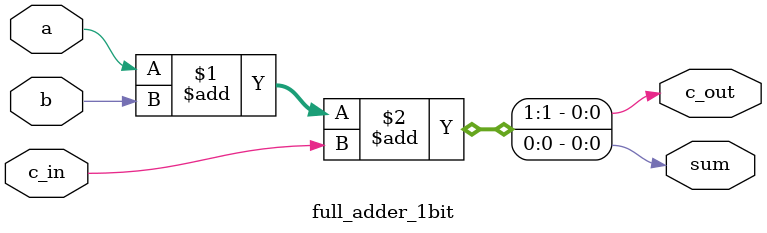
<source format=v>
module full_adder_1bit(	input a, 
								input b, 
								input c_in,
								output sum,
								output c_out);
								
	assign {c_out, sum} = a + b + c_in;
endmodule
</source>
